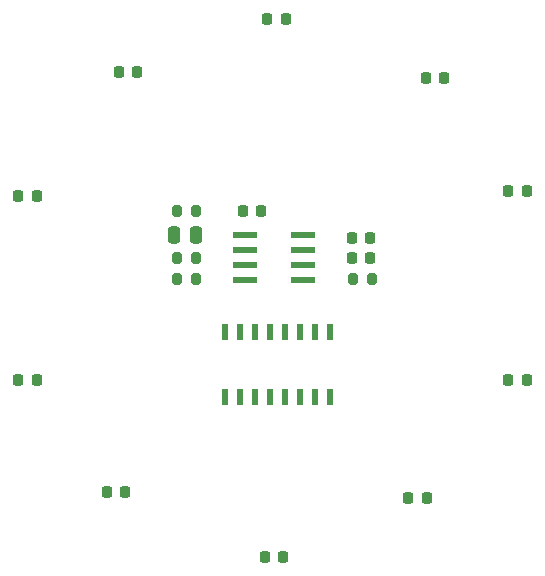
<source format=gbr>
G04 #@! TF.GenerationSoftware,KiCad,Pcbnew,8.0.6*
G04 #@! TF.CreationDate,2024-12-20T00:16:52-06:00*
G04 #@! TF.ProjectId,BCoin2024,42436f69-6e32-4303-9234-2e6b69636164,rev?*
G04 #@! TF.SameCoordinates,Original*
G04 #@! TF.FileFunction,Paste,Top*
G04 #@! TF.FilePolarity,Positive*
%FSLAX46Y46*%
G04 Gerber Fmt 4.6, Leading zero omitted, Abs format (unit mm)*
G04 Created by KiCad (PCBNEW 8.0.6) date 2024-12-20 00:16:52*
%MOMM*%
%LPD*%
G01*
G04 APERTURE LIST*
G04 Aperture macros list*
%AMRoundRect*
0 Rectangle with rounded corners*
0 $1 Rounding radius*
0 $2 $3 $4 $5 $6 $7 $8 $9 X,Y pos of 4 corners*
0 Add a 4 corners polygon primitive as box body*
4,1,4,$2,$3,$4,$5,$6,$7,$8,$9,$2,$3,0*
0 Add four circle primitives for the rounded corners*
1,1,$1+$1,$2,$3*
1,1,$1+$1,$4,$5*
1,1,$1+$1,$6,$7*
1,1,$1+$1,$8,$9*
0 Add four rect primitives between the rounded corners*
20,1,$1+$1,$2,$3,$4,$5,0*
20,1,$1+$1,$4,$5,$6,$7,0*
20,1,$1+$1,$6,$7,$8,$9,0*
20,1,$1+$1,$8,$9,$2,$3,0*%
G04 Aperture macros list end*
%ADD10RoundRect,0.218750X-0.218750X-0.256250X0.218750X-0.256250X0.218750X0.256250X-0.218750X0.256250X0*%
%ADD11RoundRect,0.218750X0.218750X0.256250X-0.218750X0.256250X-0.218750X-0.256250X0.218750X-0.256250X0*%
%ADD12R,2.000000X0.600000*%
%ADD13RoundRect,0.250000X-0.250000X-0.475000X0.250000X-0.475000X0.250000X0.475000X-0.250000X0.475000X0*%
%ADD14R,0.533400X1.460500*%
%ADD15RoundRect,0.200000X0.200000X0.275000X-0.200000X0.275000X-0.200000X-0.275000X0.200000X-0.275000X0*%
%ADD16RoundRect,0.225000X-0.225000X-0.250000X0.225000X-0.250000X0.225000X0.250000X-0.225000X0.250000X0*%
%ADD17RoundRect,0.200000X-0.200000X-0.275000X0.200000X-0.275000X0.200000X0.275000X-0.200000X0.275000X0*%
G04 APERTURE END LIST*
D10*
X133787500Y-113000000D03*
X135362500Y-113000000D03*
D11*
X156000000Y-98000000D03*
X154425000Y-98000000D03*
D12*
X137000000Y-89540000D03*
X137000000Y-88270000D03*
X137000000Y-87000000D03*
X137000000Y-85730000D03*
X132100000Y-85730000D03*
X132100000Y-87000000D03*
X132100000Y-88270000D03*
X132100000Y-89540000D03*
D13*
X126100000Y-85730000D03*
X128000000Y-85730000D03*
D10*
X134000000Y-67500000D03*
X135575000Y-67500000D03*
D11*
X156000000Y-82000000D03*
X154425000Y-82000000D03*
D10*
X112925000Y-82500000D03*
X114500000Y-82500000D03*
D11*
X142750000Y-87750000D03*
X141175000Y-87750000D03*
D14*
X130400000Y-99448300D03*
X131670000Y-99448300D03*
X132940000Y-99448300D03*
X134210000Y-99448300D03*
X135480000Y-99448300D03*
X136750000Y-99448300D03*
X138020000Y-99448300D03*
X139290000Y-99448300D03*
X139290000Y-94000000D03*
X138020000Y-94000000D03*
X136750000Y-94000000D03*
X135480000Y-94000000D03*
X134210000Y-94000000D03*
X132940000Y-94000000D03*
X131670000Y-94000000D03*
X130400000Y-94000000D03*
D15*
X128000000Y-87730000D03*
X126350000Y-87730000D03*
D10*
X112925000Y-98000000D03*
X114500000Y-98000000D03*
D15*
X128000000Y-83730000D03*
X126350000Y-83730000D03*
X142900000Y-89500000D03*
X141250000Y-89500000D03*
D11*
X147500000Y-108000000D03*
X145925000Y-108000000D03*
D16*
X141200000Y-86000000D03*
X142750000Y-86000000D03*
D10*
X120425000Y-107500000D03*
X122000000Y-107500000D03*
X121425000Y-72000000D03*
X123000000Y-72000000D03*
D17*
X126350000Y-89500000D03*
X128000000Y-89500000D03*
D11*
X149000000Y-72500000D03*
X147425000Y-72500000D03*
D16*
X131950000Y-83730000D03*
X133500000Y-83730000D03*
M02*

</source>
